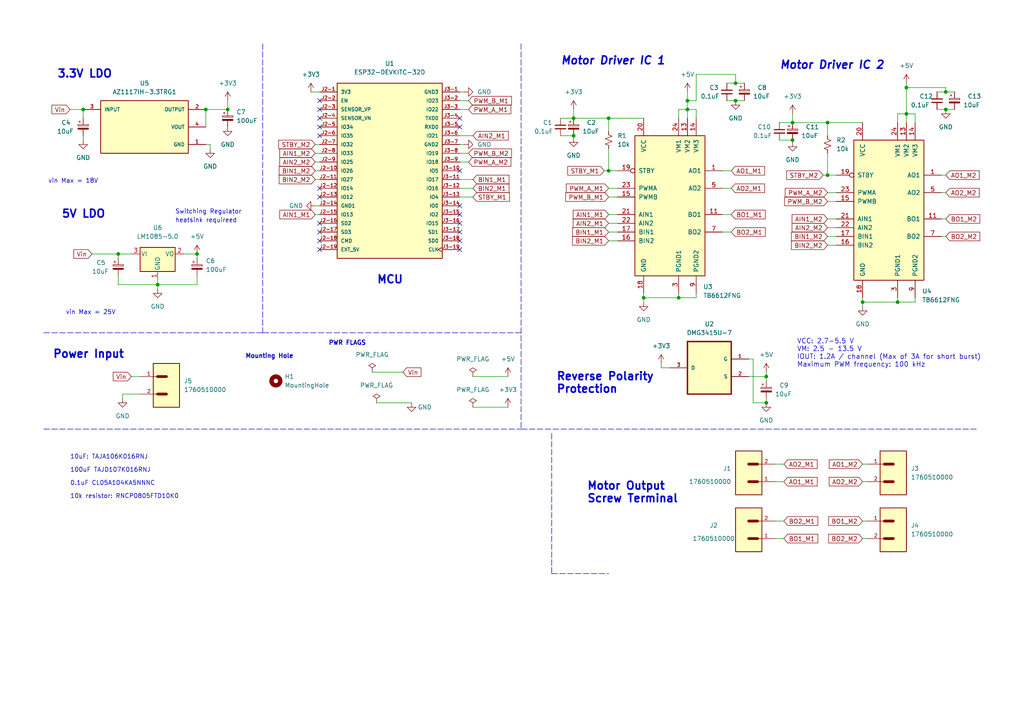
<source format=kicad_sch>
(kicad_sch (version 20211123) (generator eeschema)
  (paper "A4")
  (title_block (title "BLE Remote Control Board") (date "2023-04-17") (rev "1") (company "University of Denver"))
  (lib_symbols
    (symbol "1760510000:1760510000" (pin_names (offset 1.016))
      (property "Reference" "J" (at -3.8159 6.9957 0))
      (property "Value" "1760510000" (at 0 0 0))
      (symbol "1760510000_0_0"
        (rectangle (start -3.81 -6.35) (end 3.81 6.35) (stroke (width 0.254)) (fill (type background)))
        (polyline (pts (xy -2.54 -2.54) (xy 0 -2.54)) (stroke (width 0.8128)))
        (polyline (pts (xy -2.54 2.54) (xy 0 2.54)) (stroke (width 0.8128)))
        (pin bidirectional line (at -7.62 2.54 0) (length 5.08) (name "~") (number "1"))
        (pin bidirectional line (at -7.62 -2.54 0) (length 5.08) (name "~") (number "2"))
      )
    )
    (symbol "AZ1117IH-3.3TRG1:AZ1117IH-3.3TRG1" (pin_names (offset 1.016))
      (property "Reference" "U" (at -12.7 8.128 0))
      (property "Value" "AZ1117IH-3.3TRG1" (at -12.7 -10.16 0))
      (symbol "AZ1117IH-3.3TRG1_0_0"
        (rectangle (start -12.7 -7.62) (end 12.7 7.62) (stroke (width 0.254)) (fill (type background)))
        (pin power_in line (at 17.78 -5.08 180) (length 5.08) (name "GND") (number "1"))
        (pin output line (at 17.78 5.08 180) (length 5.08) (name "OUTPUT") (number "2"))
        (pin input line (at -17.78 5.08 0) (length 5.08) (name "INPUT") (number "3"))
        (pin output line (at 17.78 0 180) (length 5.08) (name "VOUT") (number "4"))
      )
    )
    (symbol "DMG3415U-7:DMG3415U-7" (pin_names (offset 1.016))
      (property "Reference" "U2" (at 0 -10.16 0))
      (property "Value" "DMG3415U-7" (at 0 -7.62 0))
      (symbol "DMG3415U-7_0_0"
        (rectangle (start -6.35 5.08) (end 6.35 -10.16) (stroke (width 0.4064)) (fill (type background)))
        (pin bidirectional line (at -11.43 -5.08 0) (length 5.08) (name "G") (number "1"))
        (pin bidirectional line (at -11.43 0 0) (length 5.08) (name "S") (number "2"))
        (pin bidirectional line (at 11.43 -2.54 180) (length 5.08) (name "D") (number "3"))
      )
    )
    (symbol "Device:C_Polarized_Small" (pin_numbers hide) (pin_names (offset 0.254) hide)
      (property "Reference" "C" (at 0.254 1.778 0))
      (property "Value" "C_Polarized_Small" (at 0.254 -2.032 0))
      (symbol "C_Polarized_Small_0_1"
        (rectangle (start -1.524 -0.3048) (end 1.524 -0.6858) (fill (type outline)))
        (rectangle (start -1.524 0.6858) (end 1.524 0.3048))
        (polyline (pts (xy -1.27 1.524) (xy -0.762 1.524)))
        (polyline (pts (xy -1.016 1.27) (xy -1.016 1.778)))
      )
      (symbol "C_Polarized_Small_1_1"
        (pin passive line (at 0 2.54 270) (length 1.8542) (name "~") (number "1"))
        (pin passive line (at 0 -2.54 90) (length 1.8542) (name "~") (number "2"))
      )
    )
    (symbol "Device:C_Small" (pin_numbers hide) (pin_names (offset 0.254) hide)
      (property "Reference" "C" (at 0.254 1.778 0))
      (property "Value" "C_Small" (at 0.254 -2.032 0))
      (symbol "C_Small_0_1"
        (polyline (pts (xy -1.524 -0.508) (xy 1.524 -0.508)) (stroke (width 0.3302)))
        (polyline (pts (xy -1.524 0.508) (xy 1.524 0.508)) (stroke (width 0.3048)))
      )
      (symbol "C_Small_1_1"
        (pin passive line (at 0 2.54 270) (length 2.032) (name "~") (number "1"))
        (pin passive line (at 0 -2.54 90) (length 2.032) (name "~") (number "2"))
      )
    )
    (symbol "Device:R_Small_US" (pin_numbers hide) (pin_names (offset 0.254) hide)
      (property "Reference" "R" (at 0.762 0.508 0))
      (property "Value" "R_Small_US" (at 0.762 -1.016 0))
      (symbol "R_Small_US_1_1"
        (polyline (pts (xy 0 0) (xy 1.016 -0.381) (xy 0 -0.762) (xy -1.016 -1.143) (xy 0 -1.524)))
        (polyline (pts (xy 0 1.524) (xy 1.016 1.143) (xy 0 0.762) (xy -1.016 0.381) (xy 0 0)))
        (pin passive line (at 0 2.54 270) (length 1.016) (name "~") (number "1"))
        (pin passive line (at 0 -2.54 90) (length 1.016) (name "~") (number "2"))
      )
    )
    (symbol "Driver_Motor:TB6612FNG" (pin_names (offset 1.016))
      (property "Reference" "U" (at 11.43 17.78 0))
      (property "Value" "TB6612FNG" (at 11.43 15.24 0))
      (symbol "TB6612FNG_0_1"
        (rectangle (start -10.16 20.32) (end 10.16 -20.32) (stroke (width 0.254)) (fill (type background)))
      )
      (symbol "TB6612FNG_1_1"
        (pin output line (at 15.24 10.16 180) (length 5.08) (name "AO1") (number "1"))
        (pin passive line (at 7.62 -25.4 90) (length 5.08) hide (name "PGND2") (number "10"))
        (pin output line (at 15.24 -2.54 180) (length 5.08) (name "BO1") (number "11"))
        (pin passive line (at 15.24 -2.54 180) (length 5.08) hide (name "BO1") (number "12"))
        (pin power_in line (at 5.08 25.4 270) (length 5.08) (name "VM2") (number "13"))
        (pin power_in line (at 7.62 25.4 270) (length 5.08) (name "VM3") (number "14"))
        (pin input line (at -15.24 2.54 0) (length 5.08) (name "PWMB") (number "15"))
        (pin input line (at -15.24 -10.16 0) (length 5.08) (name "BIN2") (number "16"))
        (pin input line (at -15.24 -7.62 0) (length 5.08) (name "BIN1") (number "17"))
        (pin power_in line (at -7.62 -25.4 90) (length 5.08) (name "GND") (number "18"))
        (pin input inverted (at -15.24 10.16 0) (length 5.08) (name "STBY") (number "19"))
        (pin passive line (at 15.24 10.16 180) (length 5.08) hide (name "AO1") (number "2"))
        (pin power_in line (at -7.62 25.4 270) (length 5.08) (name "VCC") (number "20"))
        (pin input line (at -15.24 -2.54 0) (length 5.08) (name "AIN1") (number "21"))
        (pin input line (at -15.24 -5.08 0) (length 5.08) (name "AIN2") (number "22"))
        (pin input line (at -15.24 5.08 0) (length 5.08) (name "PWMA") (number "23"))
        (pin power_in line (at 2.54 25.4 270) (length 5.08) (name "VM1") (number "24"))
        (pin power_in line (at 2.54 -25.4 90) (length 5.08) (name "PGND1") (number "3"))
        (pin passive line (at 2.54 -25.4 90) (length 5.08) hide (name "PGND1") (number "4"))
        (pin output line (at 15.24 5.08 180) (length 5.08) (name "AO2") (number "5"))
        (pin passive line (at 15.24 5.08 180) (length 5.08) hide (name "AO2") (number "6"))
        (pin output line (at 15.24 -7.62 180) (length 5.08) (name "BO2") (number "7"))
        (pin passive line (at 15.24 -7.62 180) (length 5.08) hide (name "BO2") (number "8"))
        (pin power_in line (at 7.62 -25.4 90) (length 5.08) (name "PGND2") (number "9"))
      )
    )
    (symbol "ESP32-DEVKITC-32D:ESP32-DEVKITC-32D" (pin_names (offset 1.016))
      (property "Reference" "U" (at -15.2572 26.0643 0))
      (property "Value" "ESP32-DEVKITC-32D" (at -15.2563 -27.9698 0))
      (symbol "ESP32-DEVKITC-32D_0_0"
        (rectangle (start -15.24 -25.4) (end 15.24 25.4) (stroke (width 0.254)) (fill (type background)))
        (pin power_in line (at -20.32 22.86 0) (length 5.08) (name "3V3") (number "J2-1"))
        (pin bidirectional line (at -20.32 0 0) (length 5.08) (name "IO26") (number "J2-10"))
        (pin bidirectional line (at -20.32 -2.54 0) (length 5.08) (name "IO27") (number "J2-11"))
        (pin bidirectional line (at -20.32 -5.08 0) (length 5.08) (name "IO14") (number "J2-12"))
        (pin bidirectional line (at -20.32 -7.62 0) (length 5.08) (name "IO12") (number "J2-13"))
        (pin power_in line (at -20.32 -10.16 0) (length 5.08) (name "GND1") (number "J2-14"))
        (pin bidirectional line (at -20.32 -12.7 0) (length 5.08) (name "IO13") (number "J2-15"))
        (pin bidirectional line (at -20.32 -15.24 0) (length 5.08) (name "SD2") (number "J2-16"))
        (pin bidirectional line (at -20.32 -17.78 0) (length 5.08) (name "SD3") (number "J2-17"))
        (pin bidirectional line (at -20.32 -20.32 0) (length 5.08) (name "CMD") (number "J2-18"))
        (pin power_in line (at -20.32 -22.86 0) (length 5.08) (name "EXT_5V") (number "J2-19"))
        (pin input line (at -20.32 20.32 0) (length 5.08) (name "EN") (number "J2-2"))
        (pin input line (at -20.32 17.78 0) (length 5.08) (name "SENSOR_VP") (number "J2-3"))
        (pin input line (at -20.32 15.24 0) (length 5.08) (name "SENSOR_VN") (number "J2-4"))
        (pin bidirectional line (at -20.32 12.7 0) (length 5.08) (name "IO34") (number "J2-5"))
        (pin bidirectional line (at -20.32 10.16 0) (length 5.08) (name "IO35") (number "J2-6"))
        (pin bidirectional line (at -20.32 7.62 0) (length 5.08) (name "IO32") (number "J2-7"))
        (pin bidirectional line (at -20.32 5.08 0) (length 5.08) (name "IO33") (number "J2-8"))
        (pin bidirectional line (at -20.32 2.54 0) (length 5.08) (name "IO25") (number "J2-9"))
        (pin power_in line (at 20.32 22.86 180) (length 5.08) (name "GND3") (number "J3-1"))
        (pin bidirectional line (at 20.32 0 180) (length 5.08) (name "IO5") (number "J3-10"))
        (pin bidirectional line (at 20.32 -2.54 180) (length 5.08) (name "IO17") (number "J3-11"))
        (pin bidirectional line (at 20.32 -5.08 180) (length 5.08) (name "IO16") (number "J3-12"))
        (pin bidirectional line (at 20.32 -7.62 180) (length 5.08) (name "IO4") (number "J3-13"))
        (pin bidirectional line (at 20.32 -10.16 180) (length 5.08) (name "IO0") (number "J3-14"))
        (pin bidirectional line (at 20.32 -12.7 180) (length 5.08) (name "IO2") (number "J3-15"))
        (pin bidirectional line (at 20.32 -15.24 180) (length 5.08) (name "IO15") (number "J3-16"))
        (pin bidirectional line (at 20.32 -17.78 180) (length 5.08) (name "SD1") (number "J3-17"))
        (pin bidirectional line (at 20.32 -20.32 180) (length 5.08) (name "SD0") (number "J3-18"))
        (pin input clock (at 20.32 -22.86 180) (length 5.08) (name "CLK") (number "J3-19"))
        (pin bidirectional line (at 20.32 20.32 180) (length 5.08) (name "IO23") (number "J3-2"))
        (pin bidirectional line (at 20.32 17.78 180) (length 5.08) (name "IO22") (number "J3-3"))
        (pin output line (at 20.32 15.24 180) (length 5.08) (name "TXD0") (number "J3-4"))
        (pin input line (at 20.32 12.7 180) (length 5.08) (name "RXD0") (number "J3-5"))
        (pin bidirectional line (at 20.32 10.16 180) (length 5.08) (name "IO21") (number "J3-6"))
        (pin power_in line (at 20.32 7.62 180) (length 5.08) (name "GND2") (number "J3-7"))
        (pin bidirectional line (at 20.32 5.08 180) (length 5.08) (name "IO19") (number "J3-8"))
        (pin bidirectional line (at 20.32 2.54 180) (length 5.08) (name "IO18") (number "J3-9"))
      )
    )
    (symbol "Mechanical:MountingHole" (pin_names (offset 1.016))
      (property "Reference" "H" (at 0 5.08 0))
      (property "Value" "MountingHole" (at 0 3.175 0))
      (symbol "MountingHole_0_1"
        (circle (center 0 0) (radius 1.27) (stroke (width 1.27)))
      )
    )
    (symbol "Regulator_Linear:LM1085-5.0" (pin_names (offset 0.254))
      (property "Reference" "U" (at -3.81 3.175 0))
      (property "Value" "LM1085-5.0" (at 0 3.175 0))
      (symbol "LM1085-5.0_0_1"
        (rectangle (start -5.08 1.905) (end 5.08 -5.08) (stroke (width 0.254)) (fill (type background)))
      )
      (symbol "LM1085-5.0_1_1"
        (pin power_in line (at 0 -7.62 90) (length 2.54) (name "GND") (number "1"))
        (pin power_out line (at 7.62 0 180) (length 2.54) (name "VO") (number "2"))
        (pin power_in line (at -7.62 0 0) (length 2.54) (name "VI") (number "3"))
      )
    )
    (symbol "power:+3.3V" (power) (pin_names (offset 0))
      (property "Value" "+3.3V" (at 0 3.556 0))
      (symbol "+3.3V_0_1"
        (polyline (pts (xy -0.762 1.27) (xy 0 2.54)))
        (polyline (pts (xy 0 0) (xy 0 2.54)))
        (polyline (pts (xy 0 2.54) (xy 0.762 1.27)))
      )
      (symbol "+3.3V_1_1"
        (pin power_in line (at 0 0 90) (length 0) hide (name "+3V3") (number "1"))
      )
    )
    (symbol "power:+5V" (power) (pin_names (offset 0))
      (property "Value" "+5V" (at 0 3.556 0))
      (symbol "+5V_0_1"
        (polyline (pts (xy -0.762 1.27) (xy 0 2.54)))
        (polyline (pts (xy 0 0) (xy 0 2.54)))
        (polyline (pts (xy 0 2.54) (xy 0.762 1.27)))
      )
      (symbol "+5V_1_1"
        (pin power_in line (at 0 0 90) (length 0) hide (name "+5V") (number "1"))
      )
    )
    (symbol "power:GND" (power) (pin_names (offset 0))
      (property "Value" "GND" (at 0 -3.81 0))
      (symbol "GND_0_1"
        (polyline (pts (xy 0 0) (xy 0 -1.27) (xy 1.27 -1.27) (xy 0 -2.54) (xy -1.27 -1.27) (xy 0 -1.27)))
      )
      (symbol "GND_1_1"
        (pin power_in line (at 0 0 270) (length 0) hide (name "GND") (number "1"))
      )
    )
    (symbol "power:PWR_FLAG" (power) (pin_numbers hide) (pin_names (offset 0) hide)
      (property "Value" "PWR_FLAG" (at 0 3.81 0))
      (symbol "PWR_FLAG_0_0"
        (pin power_out line (at 0 0 90) (length 0) (name "pwr") (number "1"))
      )
      (symbol "PWR_FLAG_0_1"
        (polyline (pts (xy 0 0) (xy 0 1.27) (xy -1.016 1.905) (xy 0 2.54) (xy 1.016 1.905) (xy 0 1.27)))
      )
    )
  )
  (junction (at 274.32 31.75))
  (junction (at 176.53 34.29))
  (junction (at 57.15 73.66))
  (junction (at 45.72 82.55))
  (junction (at 213.36 24.13))
  (junction (at 166.37 39.37))
  (junction (at 34.29 73.66))
  (junction (at 186.69 86.36))
  (junction (at 196.85 86.36))
  (junction (at 250.19 87.63))
  (junction (at 229.87 35.56))
  (junction (at 262.89 33.02))
  (junction (at 229.87 40.64))
  (junction (at 24.13 31.75))
  (junction (at 260.35 87.63))
  (junction (at 199.39 31.75))
  (junction (at 176.53 49.53))
  (junction (at 66.04 31.75))
  (junction (at 199.39 29.21))
  (junction (at 213.36 29.21))
  (junction (at 240.03 35.56))
  (junction (at 274.32 26.67))
  (junction (at 59.69 31.75))
  (junction (at 240.03 50.8))
  (junction (at 222.25 109.22))
  (junction (at 166.37 34.29))
  (junction (at 262.89 25.4))
  (junction (at 222.25 116.84))
  (no_connect (at 92.71 39.37))
  (no_connect (at 92.71 36.83))
  (no_connect (at 92.71 34.29))
  (no_connect (at 92.71 31.75))
  (no_connect (at 92.71 64.77))
  (no_connect (at 92.71 54.61))
  (no_connect (at 92.71 57.15))
  (no_connect (at 92.71 72.39))
  (no_connect (at 92.71 69.85))
  (no_connect (at 92.71 67.31))
  (no_connect (at 92.71 29.21))
  (no_connect (at 133.35 36.83))
  (no_connect (at 133.35 49.53))
  (no_connect (at 133.35 34.29))
  (no_connect (at 133.35 59.69))
  (no_connect (at 133.35 62.23))
  (no_connect (at 133.35 64.77))
  (no_connect (at 133.35 67.31))
  (no_connect (at 133.35 69.85))
  (no_connect (at 133.35 72.39))
  (wire (pts (xy 57.15 73.66) (xy 53.34 73.66)))
  (wire (pts (xy 59.69 31.75) (xy 66.04 31.75)))
  (wire (pts (xy 224.79 151.13) (xy 227.33 151.13)))
  (wire (pts (xy 91.44 62.23) (xy 92.71 62.23)))
  (wire (pts (xy 109.22 116.84) (xy 119.38 116.84)))
  (wire (pts (xy 34.29 74.93) (xy 34.29 73.66)))
  (wire (pts (xy 35.56 114.3) (xy 40.64 114.3)))
  (wire (pts (xy 213.36 29.21) (xy 215.9 29.21)))
  (wire (pts (xy 224.79 139.7) (xy 227.33 139.7)))
  (wire (pts (xy 262.89 24.13) (xy 262.89 25.4)))
  (wire (pts (xy 133.35 54.61) (xy 137.16 54.61)))
  (wire (pts (xy 166.37 31.75) (xy 166.37 34.29)))
  (wire (pts (xy 218.44 104.14) (xy 217.17 104.14)))
  (wire (pts (xy 240.03 55.88) (xy 242.57 55.88)))
  (wire (pts (xy 213.36 24.13) (xy 215.9 24.13)))
  (wire (pts (xy 26.67 73.66) (xy 34.29 73.66)))
  (wire (pts (xy 91.44 59.69) (xy 92.71 59.69)))
  (wire (pts (xy 260.35 35.56) (xy 260.35 33.02)))
  (wire (pts (xy 176.53 62.23) (xy 179.07 62.23)))
  (wire (pts (xy 91.44 49.53) (xy 92.71 49.53)))
  (wire (pts (xy 176.53 49.53) (xy 179.07 49.53)))
  (wire (pts (xy 196.85 34.29) (xy 196.85 31.75)))
  (wire (pts (xy 274.32 26.67) (xy 274.32 25.4)))
  (wire (pts (xy 176.53 67.31) (xy 179.07 67.31)))
  (wire (pts (xy 176.53 54.61) (xy 179.07 54.61)))
  (wire (pts (xy 162.56 39.37) (xy 166.37 39.37)))
  (wire (pts (xy 271.78 31.75) (xy 274.32 31.75)))
  (wire (pts (xy 24.13 34.29) (xy 24.13 31.75)))
  (wire (pts (xy 217.17 109.22) (xy 222.25 109.22)))
  (wire (pts (xy 273.05 55.88) (xy 274.32 55.88)))
  (wire (pts (xy 226.06 40.64) (xy 229.87 40.64)))
  (wire (pts (xy 57.15 74.93) (xy 57.15 73.66)))
  (wire (pts (xy 166.37 39.37) (xy 166.37 40.005)))
  (wire (pts (xy 133.35 29.21) (xy 135.89 29.21)))
  (wire (pts (xy 209.55 54.61) (xy 212.09 54.61)))
  (polyline (pts (xy 160.02 166.37) (xy 176.53 166.37)))
  (wire (pts (xy 240.03 66.04) (xy 242.57 66.04)))
  (polyline (pts (xy 12.7 96.52) (xy 76.2 96.52)))
  (wire (pts (xy 133.35 46.99) (xy 135.89 46.99)))
  (wire (pts (xy 265.43 87.63) (xy 260.35 87.63)))
  (wire (pts (xy 260.35 33.02) (xy 262.89 33.02)))
  (wire (pts (xy 273.05 50.8) (xy 274.32 50.8)))
  (wire (pts (xy 59.69 31.75) (xy 59.69 36.83)))
  (wire (pts (xy 210.82 29.21) (xy 213.36 29.21)))
  (polyline (pts (xy 283.21 124.46) (xy 151.13 124.46)))
  (wire (pts (xy 191.77 106.68) (xy 191.77 105.41)))
  (wire (pts (xy 222.25 109.22) (xy 222.25 110.49)))
  (wire (pts (xy 250.19 151.13) (xy 251.46 151.13)))
  (wire (pts (xy 260.35 86.36) (xy 260.35 87.63)))
  (wire (pts (xy 250.19 87.63) (xy 250.19 88.9)))
  (wire (pts (xy 213.36 24.13) (xy 213.36 21.59)))
  (wire (pts (xy 209.55 49.53) (xy 212.09 49.53)))
  (wire (pts (xy 59.69 41.91) (xy 60.96 41.91)))
  (wire (pts (xy 186.69 85.09) (xy 186.69 86.36)))
  (wire (pts (xy 133.35 44.45) (xy 135.89 44.45)))
  (wire (pts (xy 224.79 156.21) (xy 227.33 156.21)))
  (wire (pts (xy 226.06 35.56) (xy 229.87 35.56)))
  (wire (pts (xy 91.44 52.07) (xy 92.71 52.07)))
  (wire (pts (xy 176.53 64.77) (xy 179.07 64.77)))
  (wire (pts (xy 34.29 82.55) (xy 45.72 82.55)))
  (wire (pts (xy 240.03 68.58) (xy 242.57 68.58)))
  (wire (pts (xy 90.17 26.67) (xy 92.71 26.67)))
  (wire (pts (xy 218.44 116.84) (xy 222.25 116.84)))
  (wire (pts (xy 240.03 71.12) (xy 242.57 71.12)))
  (wire (pts (xy 133.35 26.67) (xy 134.62 26.67)))
  (wire (pts (xy 199.39 29.21) (xy 199.39 31.75)))
  (wire (pts (xy 166.37 34.29) (xy 176.53 34.29)))
  (wire (pts (xy 196.85 85.09) (xy 196.85 86.36)))
  (wire (pts (xy 107.95 107.95) (xy 116.84 107.95)))
  (wire (pts (xy 201.93 34.29) (xy 201.93 31.75)))
  (wire (pts (xy 201.93 21.59) (xy 201.93 29.21)))
  (wire (pts (xy 222.25 107.95) (xy 222.25 109.22)))
  (wire (pts (xy 238.76 50.8) (xy 240.03 50.8)))
  (wire (pts (xy 137.16 109.22) (xy 147.32 109.22)))
  (wire (pts (xy 240.03 44.45) (xy 240.03 50.8)))
  (wire (pts (xy 91.44 41.91) (xy 92.71 41.91)))
  (wire (pts (xy 196.85 86.36) (xy 186.69 86.36)))
  (wire (pts (xy 176.53 69.85) (xy 179.07 69.85)))
  (wire (pts (xy 240.03 35.56) (xy 240.03 39.37)))
  (polyline (pts (xy 151.13 12.7) (xy 151.13 124.46)))
  (wire (pts (xy 196.85 31.75) (xy 199.39 31.75)))
  (wire (pts (xy 199.39 31.75) (xy 199.39 34.29)))
  (polyline (pts (xy 160.02 125.73) (xy 160.02 166.37)))
  (wire (pts (xy 273.05 68.58) (xy 274.32 68.58)))
  (polyline (pts (xy 151.13 96.52) (xy 76.2 96.52)))
  (wire (pts (xy 137.16 118.11) (xy 147.32 118.11)))
  (wire (pts (xy 175.26 49.53) (xy 176.53 49.53)))
  (wire (pts (xy 240.03 63.5) (xy 242.57 63.5)))
  (wire (pts (xy 57.15 80.01) (xy 57.15 82.55)))
  (wire (pts (xy 162.56 34.29) (xy 166.37 34.29)))
  (wire (pts (xy 57.15 82.55) (xy 45.72 82.55)))
  (wire (pts (xy 176.53 43.18) (xy 176.53 49.53)))
  (wire (pts (xy 91.44 46.99) (xy 92.71 46.99)))
  (wire (pts (xy 45.72 82.55) (xy 45.72 83.82)))
  (wire (pts (xy 186.69 34.29) (xy 176.53 34.29)))
  (wire (pts (xy 229.87 33.02) (xy 229.87 35.56)))
  (wire (pts (xy 34.29 73.66) (xy 38.1 73.66)))
  (wire (pts (xy 133.35 41.91) (xy 134.62 41.91)))
  (wire (pts (xy 210.82 24.13) (xy 213.36 24.13)))
  (wire (pts (xy 262.89 33.02) (xy 262.89 35.56)))
  (wire (pts (xy 250.19 87.63) (xy 260.35 87.63)))
  (wire (pts (xy 66.04 29.21) (xy 66.04 31.75)))
  (wire (pts (xy 262.89 25.4) (xy 262.89 33.02)))
  (wire (pts (xy 45.72 81.28) (xy 45.72 82.55)))
  (wire (pts (xy 250.19 139.7) (xy 251.46 139.7)))
  (wire (pts (xy 20.32 31.75) (xy 24.13 31.75)))
  (wire (pts (xy 224.79 134.62) (xy 227.33 134.62)))
  (wire (pts (xy 38.1 109.22) (xy 40.64 109.22)))
  (wire (pts (xy 133.35 39.37) (xy 137.16 39.37)))
  (wire (pts (xy 271.78 26.67) (xy 274.32 26.67)))
  (wire (pts (xy 222.25 115.57) (xy 222.25 116.84)))
  (wire (pts (xy 201.93 29.21) (xy 199.39 29.21)))
  (wire (pts (xy 35.56 115.57) (xy 35.56 114.3)))
  (wire (pts (xy 194.31 106.68) (xy 191.77 106.68)))
  (wire (pts (xy 176.53 34.29) (xy 176.53 38.1)))
  (wire (pts (xy 209.55 62.23) (xy 212.09 62.23)))
  (wire (pts (xy 201.93 85.09) (xy 201.93 86.36)))
  (wire (pts (xy 265.43 33.02) (xy 262.89 33.02)))
  (wire (pts (xy 240.03 50.8) (xy 242.57 50.8)))
  (wire (pts (xy 250.19 134.62) (xy 251.46 134.62)))
  (wire (pts (xy 24.13 40.64) (xy 24.13 39.37)))
  (wire (pts (xy 186.69 86.36) (xy 186.69 87.63)))
  (wire (pts (xy 199.39 26.67) (xy 199.39 29.21)))
  (wire (pts (xy 229.87 40.64) (xy 229.87 41.275)))
  (wire (pts (xy 133.35 57.15) (xy 137.16 57.15)))
  (wire (pts (xy 133.35 31.75) (xy 135.89 31.75)))
  (wire (pts (xy 213.36 21.59) (xy 201.93 21.59)))
  (wire (pts (xy 176.53 57.15) (xy 179.07 57.15)))
  (wire (pts (xy 265.43 35.56) (xy 265.43 33.02)))
  (wire (pts (xy 60.96 41.91) (xy 60.96 43.18)))
  (wire (pts (xy 201.93 31.75) (xy 199.39 31.75)))
  (wire (pts (xy 240.03 58.42) (xy 242.57 58.42)))
  (wire (pts (xy 273.05 63.5) (xy 274.32 63.5)))
  (wire (pts (xy 250.19 86.36) (xy 250.19 87.63)))
  (wire (pts (xy 274.32 31.75) (xy 276.86 31.75)))
  (wire (pts (xy 250.19 35.56) (xy 240.03 35.56)))
  (wire (pts (xy 218.44 104.14) (xy 218.44 116.84)))
  (wire (pts (xy 201.93 86.36) (xy 196.85 86.36)))
  (polyline (pts (xy 12.7 124.46) (xy 151.13 124.46)))
  (wire (pts (xy 250.19 156.21) (xy 251.46 156.21)))
  (polyline (pts (xy 76.2 12.7) (xy 76.2 96.52)))
  (wire (pts (xy 274.32 25.4) (xy 262.89 25.4)))
  (wire (pts (xy 133.35 52.07) (xy 137.16 52.07)))
  (wire (pts (xy 265.43 86.36) (xy 265.43 87.63)))
  (wire (pts (xy 209.55 67.31) (xy 212.09 67.31)))
  (wire (pts (xy 229.87 35.56) (xy 240.03 35.56)))
  (wire (pts (xy 34.29 80.01) (xy 34.29 82.55)))
  (wire (pts (xy 91.44 44.45) (xy 92.71 44.45)))
  (wire (pts (xy 274.32 26.67) (xy 276.86 26.67)))
  (text "3.3V LDO" (at 16.51 22.86 0) (effects (font (size 2.27 2.27) (thickness 0.454) bold) (justify left bottom)))
  (text "Mounting Hole" (at 71.12 104.14 0) (effects (font (size 1.27 1.27) (thickness 0.254) bold) (justify left bottom)))
  (text "0.1uF CL05A104KA5NNNC" (at 20.32 140.97 0) (effects (font (size 1.27 1.27)) (justify left bottom)))
  (text "Motor Driver IC 1" (at 162.56 19.05 0) (effects (font (size 2.27 2.27) (thickness 0.454) bold italic) (justify left bottom)))
  (text "Reverse Polarity \nProtection" (at 161.29 114.3 0) (effects (font (size 2.27 2.27) (thickness 0.454) bold) (justify left bottom)))
  (text "heatsink requireed\n" (at 50.8 64.77 0) (effects (font (size 1.27 1.27)) (justify left bottom)))
  (text "PWR FLAGS" (at 95.25 100.33 0) (effects (font (size 1.27 1.27) (thickness 0.254) bold) (justify left bottom)))
  (text "VCC: 2.7-5.5 V\nVM: 2.5 - 13.5 V\nIOUT: 1.2A / channel (Max of 3A for short burst)\nMaximum PWM frequency: 100 kHz" (at 231.14 106.68 0) (effects (font (size 1.4 1.4)) (justify left bottom)))
  (text "MCU" (at 109.22 82.55 0) (effects (font (size 2.27 2.27) (thickness 0.454) bold) (justify left bottom)))
  (text "Motor Output\nScrew Terminal" (at 170.18 146.05 0) (effects (font (size 2.27 2.27) (thickness 0.454) bold) (justify left bottom)))
  (text "5V LDO" (at 17.78 63.5 0) (effects (font (size 2.27 2.27) (thickness 0.454) bold) (justify left bottom)))
  (text "100uF TAJD107K016RNJ" (at 20.32 137.16 0) (effects (font (size 1.27 1.27)) (justify left bottom)))
  (text "Power Input" (at 15.24 104.14 0) (effects (font (size 2.27 2.27) (thickness 0.454) bold) (justify left bottom)))
  (text "Motor Driver IC 2" (at 226.06 20.32 0) (effects (font (size 2.27 2.27) (thickness 0.454) bold italic) (justify left bottom)))
  (text "10uF: TAJA106K016RNJ\n" (at 20.32 133.35 0) (effects (font (size 1.27 1.27)) (justify left bottom)))
  (text "Switching Regulator" (at 50.8 62.23 0) (effects (font (size 1.27 1.27)) (justify left bottom)))
  (text "vin Max = 18V\n" (at 13.97 53.34 0) (effects (font (size 1.27 1.27)) (justify left bottom)))
  (text "10k resistor: RNCP0805FTD10K0" (at 20.32 144.78 0) (effects (font (size 1.27 1.27)) (justify left bottom)))
  (text "vin Max = 25V\n" (at 19.05 91.44 0) (effects (font (size 1.27 1.27)) (justify left bottom)))
  (global_label "AO2_M2" (shape input) (at 274.32 55.88 0) (property "Intersheet References" "${INTERSHEET_REFS}" (effects hide)))
  (global_label "BIN1_M1" (shape input) (at 137.16 52.07 0) (property "Intersheet References" "${INTERSHEET_REFS}" (effects hide)))
  (global_label "AIN2_M2" (shape input) (at 91.44 46.99 180) (property "Intersheet References" "${INTERSHEET_REFS}" (effects hide)))
  (global_label "AO1_M1" (shape input) (at 227.33 139.7 0) (property "Intersheet References" "${INTERSHEET_REFS}" (effects hide)))
  (global_label "AIN1_M2" (shape input) (at 240.03 63.5 180) (property "Intersheet References" "${INTERSHEET_REFS}" (effects hide)))
  (global_label "BIN2_M2" (shape input) (at 240.03 71.12 180) (property "Intersheet References" "${INTERSHEET_REFS}" (effects hide)))
  (global_label "PWM_A_M2" (shape input) (at 240.03 55.88 180) (property "Intersheet References" "${INTERSHEET_REFS}" (effects hide)))
  (global_label "AIN1_M1" (shape input) (at 91.44 62.23 180) (property "Intersheet References" "${INTERSHEET_REFS}" (effects hide)))
  (global_label "AO2_M1" (shape input) (at 212.09 54.61 0) (property "Intersheet References" "${INTERSHEET_REFS}" (effects hide)))
  (global_label "BO2_M2" (shape input) (at 274.32 68.58 0) (property "Intersheet References" "${INTERSHEET_REFS}" (effects hide)))
  (global_label "PWM_B_M2" (shape input) (at 135.89 44.45 0) (property "Intersheet References" "${INTERSHEET_REFS}" (effects hide)))
  (global_label "Vin" (shape input) (at 26.67 73.66 180) (property "Intersheet References" "${INTERSHEET_REFS}" (effects hide)))
  (global_label "BIN1_M2" (shape input) (at 91.44 49.53 180) (property "Intersheet References" "${INTERSHEET_REFS}" (effects hide)))
  (global_label "BIN1_M1" (shape input) (at 176.53 67.31 180) (property "Intersheet References" "${INTERSHEET_REFS}" (effects hide)))
  (global_label "STBY_M2" (shape input) (at 91.44 41.91 180) (property "Intersheet References" "${INTERSHEET_REFS}" (effects hide)))
  (global_label "AIN1_M1" (shape input) (at 176.53 62.23 180) (property "Intersheet References" "${INTERSHEET_REFS}" (effects hide)))
  (global_label "STBY_M1" (shape input) (at 175.26 49.53 180) (property "Intersheet References" "${INTERSHEET_REFS}" (effects hide)))
  (global_label "BIN2_M2" (shape input) (at 91.44 52.07 180) (property "Intersheet References" "${INTERSHEET_REFS}" (effects hide)))
  (global_label "STBY_M2" (shape input) (at 238.76 50.8 180) (property "Intersheet References" "${INTERSHEET_REFS}" (effects hide)))
  (global_label "AO2_M1" (shape input) (at 227.33 134.62 0) (property "Intersheet References" "${INTERSHEET_REFS}" (effects hide)))
  (global_label "AO1_M2" (shape input) (at 274.32 50.8 0) (property "Intersheet References" "${INTERSHEET_REFS}" (effects hide)))
  (global_label "BO2_M1" (shape input) (at 212.09 67.31 0) (property "Intersheet References" "${INTERSHEET_REFS}" (effects hide)))
  (global_label "PWM_A_M2" (shape input) (at 135.89 46.99 0) (property "Intersheet References" "${INTERSHEET_REFS}" (effects hide)))
  (global_label "BIN1_M2" (shape input) (at 240.03 68.58 180) (property "Intersheet References" "${INTERSHEET_REFS}" (effects hide)))
  (global_label "AO1_M2" (shape input) (at 250.19 134.62 180) (property "Intersheet References" "${INTERSHEET_REFS}" (effects hide)))
  (global_label "PWM_A_M1" (shape input) (at 135.89 31.75 0) (property "Intersheet References" "${INTERSHEET_REFS}" (effects hide)))
  (global_label "STBY_M1" (shape input) (at 137.16 57.15 0) (property "Intersheet References" "${INTERSHEET_REFS}" (effects hide)))
  (global_label "BO2_M2" (shape input) (at 250.19 156.21 180) (property "Intersheet References" "${INTERSHEET_REFS}" (effects hide)))
  (global_label "BIN2_M1" (shape input) (at 176.53 69.85 180) (property "Intersheet References" "${INTERSHEET_REFS}" (effects hide)))
  (global_label "BO1_M2" (shape input) (at 274.32 63.5 0) (property "Intersheet References" "${INTERSHEET_REFS}" (effects hide)))
  (global_label "BIN2_M1" (shape input) (at 137.16 54.61 0) (property "Intersheet References" "${INTERSHEET_REFS}" (effects hide)))
  (global_label "BO1_M1" (shape input) (at 212.09 62.23 0) (property "Intersheet References" "${INTERSHEET_REFS}" (effects hide)))
  (global_label "AIN2_M1" (shape input) (at 176.53 64.77 180) (property "Intersheet References" "${INTERSHEET_REFS}" (effects hide)))
  (global_label "AIN1_M2" (shape input) (at 91.44 44.45 180) (property "Intersheet References" "${INTERSHEET_REFS}" (effects hide)))
  (global_label "PWM_A_M1" (shape input) (at 176.53 54.61 180) (property "Intersheet References" "${INTERSHEET_REFS}" (effects hide)))
  (global_label "Vin" (shape input) (at 38.1 109.22 180) (property "Intersheet References" "${INTERSHEET_REFS}" (effects hide)))
  (global_label "AO1_M1" (shape input) (at 212.09 49.53 0) (property "Intersheet References" "${INTERSHEET_REFS}" (effects hide)))
  (global_label "BO1_M1" (shape input) (at 227.33 156.21 0) (property "Intersheet References" "${INTERSHEET_REFS}" (effects hide)))
  (global_label "AIN2_M2" (shape input) (at 240.03 66.04 180) (property "Intersheet References" "${INTERSHEET_REFS}" (effects hide)))
  (global_label "PWM_B_M2" (shape input) (at 240.03 58.42 180) (property "Intersheet References" "${INTERSHEET_REFS}" (effects hide)))
  (global_label "BO1_M2" (shape input) (at 250.19 151.13 180) (property "Intersheet References" "${INTERSHEET_REFS}" (effects hide)))
  (global_label "Vin" (shape input) (at 20.32 31.75 180) (property "Intersheet References" "${INTERSHEET_REFS}" (effects hide)))
  (global_label "AO2_M2" (shape input) (at 250.19 139.7 180) (property "Intersheet References" "${INTERSHEET_REFS}" (effects hide)))
  (global_label "Vin" (shape input) (at 116.84 107.95 0) (property "Intersheet References" "${INTERSHEET_REFS}" (effects hide)))
  (global_label "PWM_B_M1" (shape input) (at 176.53 57.15 180) (property "Intersheet References" "${INTERSHEET_REFS}" (effects hide)))
  (global_label "PWM_B_M1" (shape input) (at 135.89 29.21 0) (property "Intersheet References" "${INTERSHEET_REFS}" (effects hide)))
  (global_label "BO2_M1" (shape input) (at 227.33 151.13 0) (property "Intersheet References" "${INTERSHEET_REFS}" (effects hide)))
  (global_label "AIN2_M1" (shape input) (at 137.16 39.37 0) (property "Intersheet References" "${INTERSHEET_REFS}" (effects hide)))
  (symbol (lib_id "power:GND") (at 134.62 41.91 90) (unit 1)
    (property "Reference" "#PWR017" (effects hide))
    (property "Value" "GND" (at 138.43 41.9099 90) (effects (justify right)))
  )
  (symbol (lib_id "1760510000:1760510000") (at 259.08 137.16 0) (unit 1)
    (property "Reference" "J3" (at 264.16 135.8899 0) (effects (justify left)))
    (property "Value" "1760510000" (at 264.16 138.4299 0) (effects (justify left)))
    (property "Footprint" "1760490000" (effects hide))
  )
  (symbol (lib_id "AZ1117IH-3.3TRG1:AZ1117IH-3.3TRG1") (at 41.91 36.83 0) (unit 1)
    (property "Reference" "U5" (at 41.91 24.13 0))
    (property "Value" "AZ1117IH-3.3TRG1" (at 41.91 26.67 0))
    (property "Footprint" "SOT230P700X185-4N" (effects hide))
    (property "PARTREV" "2-2" (effects hide))
    (property "MAXIMUM_PACKAGE_HEIGHT" "1.85 mm" (effects hide))
    (property "MANUFACTURER" "Diodes Inc." (effects hide))
    (property "SNAPEDA_PN" "AZ1117IH-3.3TRG1" (effects hide))
    (property "SNAPEDA_PACKAGE_ID" "6532" (effects hide))
    (property "STANDARD" "IPC 7351B" (effects hide))
  )
  (symbol (lib_id "1760510000:1760510000") (at 48.26 111.76 0) (unit 1)
    (property "Reference" "J5" (at 53.34 110.4899 0) (effects (justify left)))
    (property "Value" "1760510000" (at 53.34 113.0299 0) (effects (justify left)))
    (property "Footprint" "1760490000" (effects hide))
  )
  (symbol (lib_id "power:GND") (at 134.62 26.67 90) (unit 1)
    (property "Reference" "#PWR06" (effects hide))
    (property "Value" "GND" (at 138.43 26.6699 90) (effects (justify right)))
  )
  (symbol (lib_id "power:+3.3V") (at 191.77 105.41 0) (unit 1)
    (property "Reference" "#PWR011" (effects hide))
    (property "Value" "+3.3V" (at 191.77 100.33 0))
  )
  (symbol (lib_id "Device:R_Small_US") (at 176.53 40.64 0) (unit 1)
    (property "Reference" "R1" (at 179.07 39.3699 0) (effects (justify left)))
    (property "Value" "10k" (at 179.07 41.9099 0) (effects (justify left)))
    (property "Footprint" "Resistor_SMD:R_0805_2012Metric" (effects hide))
  )
  (symbol (lib_id "power:GND") (at 250.19 88.9 0) (unit 1)
    (property "Reference" "#PWR013" (effects hide))
    (property "Value" "GND" (at 250.19 93.98 0))
  )
  (symbol (lib_id "Mechanical:MountingHole") (at 80.01 110.49 0) (unit 1) (in_bom no)
    (property "Reference" "H1" (at 82.55 109.2199 0) (effects (justify left)))
    (property "Value" "MountingHole" (at 82.55 111.7599 0) (effects (justify left)))
    (property "Footprint" "MountingHole:MountingHole_3.2mm_M3_ISO7380" (effects hide))
  )
  (symbol (lib_id "power:PWR_FLAG") (at 137.16 118.11 0) (unit 1)
    (property "Reference" "#FLG0102" (effects hide))
    (property "Value" "PWR_FLAG" (at 137.16 113.03 0))
  )
  (symbol (lib_id "power:GND") (at 213.36 29.21 0) (unit 1)
    (property "Reference" "#PWR014" (effects hide))
    (property "Value" "GND" (at 213.36 34.29 0))
  )
  (symbol (lib_id "power:GND") (at 35.56 115.57 0) (unit 1)
    (property "Reference" "#PWR04" (effects hide))
    (property "Value" "GND" (at 35.56 120.65 0))
  )
  (symbol (lib_id "Device:C_Polarized_Small") (at 166.37 36.83 0) (unit 1)
    (property "Reference" "C2" (at 170.18 35.56 0) (effects (justify left)))
    (property "Value" "10uF" (at 168.91 38.1 0) (effects (justify left)))
    (property "Footprint" "Capacitor_SMD:C_1206_3216Metric" (effects hide))
  )
  (symbol (lib_id "Device:C_Polarized_Small") (at 276.86 29.21 0) (unit 1)
    (property "Reference" "C13" (at 280.67 27.94 0) (effects (justify left)))
    (property "Value" "10uF" (at 279.4 30.48 0) (effects (justify left)))
    (property "Footprint" "Capacitor_SMD:C_1206_3216Metric" (effects hide))
  )
  (symbol (lib_id "Device:C_Small") (at 271.78 29.21 0) (unit 1)
    (property "Reference" "C12" (at 266.7 27.94 0) (effects (justify left)))
    (property "Value" "0.1uF" (at 264.16 30.48 0) (effects (justify left)))
    (property "Footprint" "Capacitor_SMD:C_0402_1005Metric" (effects hide))
  )
  (symbol (lib_id "power:+3.3V") (at 229.87 33.02 0) (unit 1)
    (property "Reference" "#PWR019" (effects hide))
    (property "Value" "+3.3V" (at 229.87 27.94 0))
  )
  (symbol (lib_id "Device:R_Small_US") (at 240.03 41.91 0) (unit 1)
    (property "Reference" "R2" (at 242.57 40.6399 0) (effects (justify left)))
    (property "Value" "10k" (at 242.57 43.1799 0) (effects (justify left)))
    (property "Footprint" "Resistor_SMD:R_0805_2012Metric" (effects hide))
  )
  (symbol (lib_id "Device:C_Small") (at 162.56 36.83 0) (unit 1)
    (property "Reference" "C1" (at 157.48 35.56 0) (effects (justify left)))
    (property "Value" "0.1uF" (at 154.94 38.1 0) (effects (justify left)))
    (property "Footprint" "Capacitor_SMD:C_0402_1005Metric" (effects hide))
  )
  (symbol (lib_id "power:+5V") (at 199.39 26.67 0) (unit 1)
    (property "Reference" "#FLG014" (effects hide))
    (property "Value" "+5V" (at 199.39 21.59 0))
  )
  (symbol (lib_id "Driver_Motor:TB6612FNG") (at 257.81 60.96 0) (unit 1)
    (property "Reference" "U4" (at 267.4494 84.455 0) (effects (justify left)))
    (property "Value" "TB6612FNG" (at 267.4494 86.995 0) (effects (justify left)))
    (property "Footprint" "Package_SO:SSOP-24_5.3x8.2mm_P0.65mm" (effects hide))
    (property "Datasheet" "https://toshiba.semicon-storage.com/us/product/linear/motordriver/detail.TB6612FNG.html" (effects hide))
  )
  (symbol (lib_id "Device:C_Polarized_Small") (at 34.29 77.47 0) (unit 1)
    (property "Reference" "C5" (at 27.94 76.2 0) (effects (justify left)))
    (property "Value" "10uF" (at 26.67 78.74 0) (effects (justify left)))
    (property "Footprint" "Capacitor_SMD:C_1206_3216Metric" (effects hide))
  )
  (symbol (lib_id "power:GND") (at 60.96 43.18 0) (unit 1)
    (property "Reference" "#PWR016" (effects hide))
    (property "Value" "GND" (at 60.96 48.26 0))
  )
  (symbol (lib_id "Device:C_Polarized_Small") (at 24.13 36.83 0) (unit 1)
    (property "Reference" "C4" (at 17.78 35.56 0) (effects (justify left)))
    (property "Value" "10uF" (at 16.51 38.1 0) (effects (justify left)))
    (property "Footprint" "Capacitor_SMD:C_1206_3216Metric" (effects hide))
  )
  (symbol (lib_id "Device:C_Small") (at 226.06 38.1 0) (unit 1)
    (property "Reference" "C10" (at 219.71 36.83 0) (effects (justify left)))
    (property "Value" "0.1uF" (at 218.44 39.37 0) (effects (justify left)))
    (property "Footprint" "Capacitor_SMD:C_0402_1005Metric" (effects hide))
  )
  (symbol (lib_id "power:+5V") (at 222.25 107.95 0) (unit 1)
    (property "Reference" "#PWR018" (effects hide))
    (property "Value" "+5V" (at 222.25 102.87 0))
  )
  (symbol (lib_id "power:GND") (at 119.38 116.84 0) (unit 1)
    (property "Reference" "#PWR0103" (effects hide))
    (property "Value" "GND" (at 123.19 118.11 0))
  )
  (symbol (lib_id "Device:C_Polarized_Small") (at 57.15 77.47 0) (unit 1)
    (property "Reference" "C6" (at 59.69 75.6538 0) (effects (justify left)))
    (property "Value" "100uF" (at 59.69 78.1938 0) (effects (justify left)))
    (property "Footprint" "CAPMP7343X310N" (effects hide))
  )
  (symbol (lib_id "Device:C_Small") (at 210.82 26.67 0) (unit 1)
    (property "Reference" "C3" (at 205.74 25.4 0) (effects (justify left)))
    (property "Value" "0.1uF" (at 203.2 27.94 0) (effects (justify left)))
    (property "Footprint" "Capacitor_SMD:C_0402_1005Metric" (effects hide))
  )
  (symbol (lib_id "Device:C_Polarized_Small") (at 215.9 26.67 0) (unit 1)
    (property "Reference" "C8" (at 219.71 25.4 0) (effects (justify left)))
    (property "Value" "10uF" (at 218.44 27.94 0) (effects (justify left)))
    (property "Footprint" "Capacitor_SMD:C_1206_3216Metric" (effects hide))
  )
  (symbol (lib_id "power:+5V") (at 57.15 73.66 0) (unit 1)
    (property "Reference" "#PWR01" (effects hide))
    (property "Value" "+5V" (at 57.15 68.58 0))
  )
  (symbol (lib_id "power:GND") (at 186.69 87.63 0) (unit 1)
    (property "Reference" "#PWR09" (effects hide))
    (property "Value" "GND" (at 186.69 92.71 0))
  )
  (symbol (lib_id "Device:C_Polarized_Small") (at 229.87 38.1 0) (unit 1)
    (property "Reference" "C11" (at 233.68 36.83 0) (effects (justify left)))
    (property "Value" "10uF" (at 232.41 39.37 0) (effects (justify left)))
    (property "Footprint" "Capacitor_SMD:C_1206_3216Metric" (effects hide))
  )
  (symbol (lib_id "power:+3.3V") (at 166.37 31.75 0) (unit 1)
    (property "Reference" "#PWR010" (effects hide))
    (property "Value" "+3.3V" (at 166.37 26.67 0))
  )
  (symbol (lib_id "power:GND") (at 229.87 41.275 0) (unit 1)
    (property "Reference" "#PWR012" (effects hide))
    (property "Value" "GND" (at 229.87 46.355 0))
  )
  (symbol (lib_id "power:+5V") (at 262.89 24.13 0) (unit 1)
    (property "Reference" "#PWR020" (effects hide))
    (property "Value" "+5V" (at 262.89 19.05 0))
  )
  (symbol (lib_id "ESP32-DEVKITC-32D:ESP32-DEVKITC-32D") (at 113.03 49.53 0) (unit 1)
    (property "Reference" "U1" (at 113.03 18.415 0))
    (property "Value" "ESP32-DEVKITC-32D" (at 113.03 20.955 0))
    (property "Footprint" "MODULE_ESP32-DEVKITC-32D" (effects hide))
    (property "PARTREV" "V4" (effects hide))
    (property "SNAPEDA_PN" "ESP32-DEVKITC-32D" (effects hide))
    (property "MANUFACTURER" "Espressif Systems" (effects hide))
    (property "STANDARD" "Manufacturer Recommendations" (effects hide))
    (property "MAXIMUM_PACKAGE_HEIGHT" "N/A" (effects hide))
  )
  (symbol (lib_id "power:GND") (at 24.13 40.64 0) (unit 1)
    (property "Reference" "#PWR022" (effects hide))
    (property "Value" "GND" (at 24.13 45.72 0))
  )
  (symbol (lib_id "Device:C_Polarized_Small") (at 222.25 113.03 0) (unit 1)
    (property "Reference" "C9" (at 226.06 111.76 0) (effects (justify left)))
    (property "Value" "10uF" (at 224.79 114.3 0) (effects (justify left)))
    (property "Footprint" "Capacitor_SMD:C_1206_3216Metric" (effects hide))
  )
  (symbol (lib_id "1760510000:1760510000") (at 259.08 153.67 0) (unit 1)
    (property "Reference" "J4" (at 264.16 152.3999 0) (effects (justify left)))
    (property "Value" "1760510000" (at 264.16 154.9399 0) (effects (justify left)))
    (property "Footprint" "1760490000" (effects hide))
  )
  (symbol (lib_id "Regulator_Linear:LM1085-5.0") (at 45.72 73.66 0) (unit 1)
    (property "Reference" "U6" (at 45.72 66.04 0))
    (property "Value" "LM1085-5.0" (at 45.72 68.58 0))
    (property "Footprint" "Package_TO_SOT_SMD:TO-263-3_TabPin2" (effects hide))
    (property "Datasheet" "http://www.ti.com/lit/ds/symlink/lm1085.pdf" (effects hide))
  )
  (symbol (lib_id "Device:C_Polarized_Small") (at 66.04 34.29 0) (unit 1)
    (property "Reference" "C7" (at 68.58 32.4738 0) (effects (justify left)))
    (property "Value" "100uF" (at 68.58 35.0138 0) (effects (justify left)))
    (property "Footprint" "CAPMP7343X310N" (effects hide))
  )
  (symbol (lib_id "DMG3415U-7:DMG3415U-7") (at 205.74 109.22 180) (unit 1)
    (property "Reference" "U2" (at 205.74 93.98 0))
    (property "Value" "DMG3415U-7" (at 205.74 96.52 0))
    (property "Footprint" "SOT95P240X105-3N" (effects hide))
    (property "SUPPLIER" "Diodes Inc" (effects hide))
    (property "PACKAGE" "SOT-23-3" (effects hide))
    (property "MPN" "DMG3415U-7" (effects hide))
    (property "OC_NEWARK" "12T2026" (effects hide))
    (property "OC_FARNELL" "1843688" (effects hide))
  )
  (symbol (lib_id "power:+3.3V") (at 90.17 26.67 0) (unit 1)
    (property "Reference" "#PWR07" (effects hide))
    (property "Value" "+3.3V" (at 90.17 21.59 0))
  )
  (symbol (lib_id "power:+5V") (at 147.32 109.22 0) (unit 1)
    (property "Reference" "#PWR0101" (effects hide))
    (property "Value" "+5V" (at 147.32 104.14 0))
  )
  (symbol (lib_id "power:GND") (at 166.37 40.005 0) (unit 1)
    (property "Reference" "#PWR08" (effects hide))
    (property "Value" "GND" (at 166.37 45.085 0))
  )
  (symbol (lib_id "power:GND") (at 222.25 116.84 0) (unit 1)
    (property "Reference" "#PWR05" (effects hide))
    (property "Value" "GND" (at 222.25 121.92 0))
  )
  (symbol (lib_id "power:GND") (at 66.04 36.83 0) (unit 1)
    (property "Reference" "#PWR023" (effects hide))
    (property "Value" "GND" (at 66.04 41.91 0))
  )
  (symbol (lib_id "power:PWR_FLAG") (at 107.95 107.95 0) (unit 1)
    (property "Reference" "#FLG0104" (effects hide))
    (property "Value" "PWR_FLAG" (at 107.95 102.87 0))
  )
  (symbol (lib_id "1760510000:1760510000") (at 217.17 153.67 180) (unit 1)
    (property "Reference" "J2" (at 207.01 152.4 0))
    (property "Value" "1760510000" (at 207.01 156.21 0))
    (property "Footprint" "1760490000" (effects hide))
  )
  (symbol (lib_id "power:+3.3V") (at 147.32 118.11 0) (unit 1)
    (property "Reference" "#PWR0104" (effects hide))
    (property "Value" "+3.3V" (at 147.32 113.03 0))
  )
  (symbol (lib_id "power:+3.3V") (at 66.04 29.21 0) (unit 1)
    (property "Reference" "#PWR03" (effects hide))
    (property "Value" "+3.3V" (at 66.04 24.13 0))
  )
  (symbol (lib_id "power:GND") (at 45.72 83.82 0) (unit 1)
    (property "Reference" "#PWR015" (effects hide))
    (property "Value" "GND" (at 45.72 88.9 0))
  )
  (symbol (lib_id "power:GND") (at 274.32 31.75 0) (unit 1)
    (property "Reference" "#PWR021" (effects hide))
    (property "Value" "GND" (at 274.32 36.83 0))
  )
  (symbol (lib_id "Driver_Motor:TB6612FNG") (at 194.31 59.69 0) (unit 1)
    (property "Reference" "U3" (at 203.9494 83.185 0) (effects (justify left)))
    (property "Value" "TB6612FNG" (at 203.9494 85.725 0) (effects (justify left)))
    (property "Footprint" "Package_SO:SSOP-24_5.3x8.2mm_P0.65mm" (effects hide))
    (property "Datasheet" "https://toshiba.semicon-storage.com/us/product/linear/motordriver/detail.TB6612FNG.html" (effects hide))
  )
  (symbol (lib_id "1760510000:1760510000") (at 217.17 137.16 180) (unit 1)
    (property "Reference" "J1" (at 212.09 135.89 0) (effects (justify left)))
    (property "Value" "1760510000" (at 212.09 139.7 0) (effects (justify left)))
    (property "Footprint" "1760490000" (effects hide))
  )
  (symbol (lib_id "power:PWR_FLAG") (at 137.16 109.22 0) (unit 1)
    (property "Reference" "#FLG0101" (effects hide))
    (property "Value" "PWR_FLAG" (at 137.16 104.14 0))
  )
  (symbol (lib_id "power:PWR_FLAG") (at 109.22 116.84 0) (unit 1)
    (property "Reference" "#FLG0103" (effects hide))
    (property "Value" "PWR_FLAG" (at 109.22 111.76 0))
  )
  (symbol (lib_id "power:GND") (at 91.44 59.69 270) (unit 1)
    (property "Reference" "#PWR02" (effects hide))
    (property "Value" "GND" (at 83.82 59.69 90) (effects (justify left)))
  )
)
</source>
